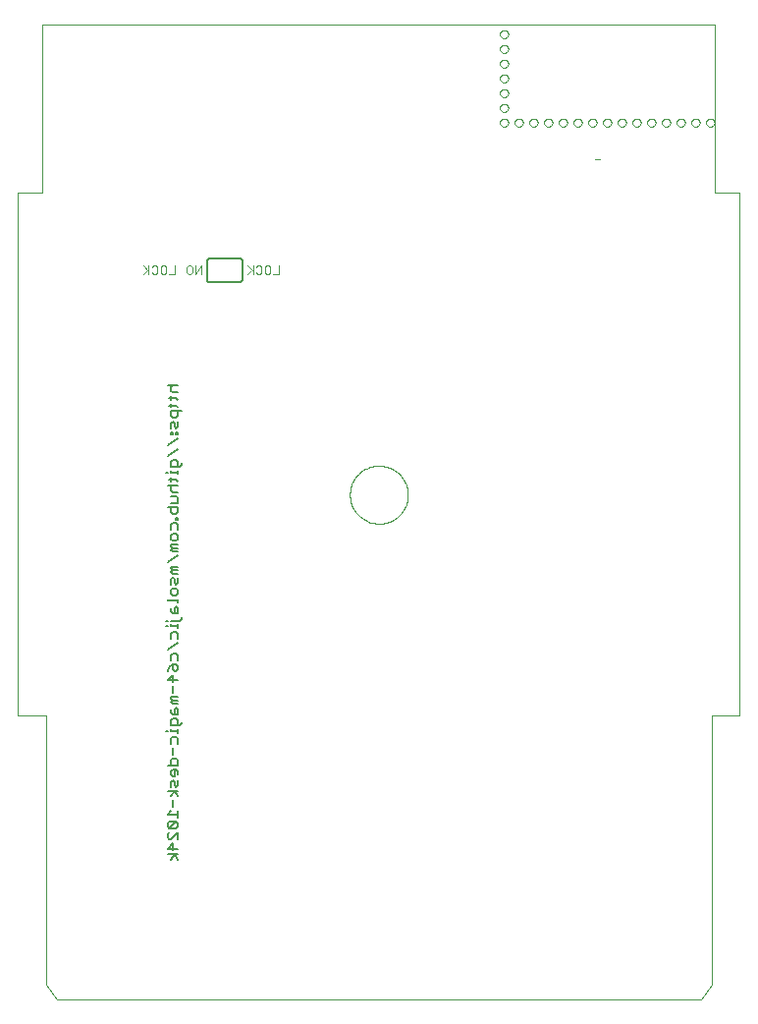
<source format=gbo>
G75*
G70*
%OFA0B0*%
%FSLAX24Y24*%
%IPPOS*%
%LPD*%
%AMOC8*
5,1,8,0,0,1.08239X$1,22.5*
%
%ADD10C,0.0000*%
%ADD11C,0.0050*%
%ADD12C,0.0040*%
%ADD13C,0.0060*%
D10*
X002232Y000500D02*
X001878Y001012D01*
X001878Y010146D01*
X000920Y010146D01*
X000920Y027862D01*
X001753Y027862D01*
X001753Y033571D01*
X024587Y033571D01*
X024587Y027862D01*
X025420Y027862D01*
X025420Y010146D01*
X024462Y010146D01*
X024462Y001012D01*
X024108Y000500D01*
X002232Y000500D01*
X012186Y017626D02*
X012188Y017688D01*
X012194Y017751D01*
X012204Y017812D01*
X012218Y017873D01*
X012235Y017933D01*
X012256Y017992D01*
X012282Y018049D01*
X012310Y018104D01*
X012342Y018158D01*
X012378Y018209D01*
X012416Y018259D01*
X012458Y018305D01*
X012502Y018349D01*
X012550Y018390D01*
X012599Y018428D01*
X012651Y018462D01*
X012705Y018493D01*
X012761Y018521D01*
X012819Y018545D01*
X012878Y018566D01*
X012938Y018582D01*
X012999Y018595D01*
X013061Y018604D01*
X013123Y018609D01*
X013186Y018610D01*
X013248Y018607D01*
X013310Y018600D01*
X013372Y018589D01*
X013432Y018574D01*
X013492Y018556D01*
X013550Y018534D01*
X013607Y018508D01*
X013662Y018478D01*
X013715Y018445D01*
X013766Y018409D01*
X013814Y018370D01*
X013860Y018327D01*
X013903Y018282D01*
X013943Y018234D01*
X013980Y018184D01*
X014014Y018131D01*
X014045Y018077D01*
X014071Y018021D01*
X014095Y017963D01*
X014114Y017903D01*
X014130Y017843D01*
X014142Y017781D01*
X014150Y017720D01*
X014154Y017657D01*
X014154Y017595D01*
X014150Y017532D01*
X014142Y017471D01*
X014130Y017409D01*
X014114Y017349D01*
X014095Y017289D01*
X014071Y017231D01*
X014045Y017175D01*
X014014Y017121D01*
X013980Y017068D01*
X013943Y017018D01*
X013903Y016970D01*
X013860Y016925D01*
X013814Y016882D01*
X013766Y016843D01*
X013715Y016807D01*
X013662Y016774D01*
X013607Y016744D01*
X013550Y016718D01*
X013492Y016696D01*
X013432Y016678D01*
X013372Y016663D01*
X013310Y016652D01*
X013248Y016645D01*
X013186Y016642D01*
X013123Y016643D01*
X013061Y016648D01*
X012999Y016657D01*
X012938Y016670D01*
X012878Y016686D01*
X012819Y016707D01*
X012761Y016731D01*
X012705Y016759D01*
X012651Y016790D01*
X012599Y016824D01*
X012550Y016862D01*
X012502Y016903D01*
X012458Y016947D01*
X012416Y016993D01*
X012378Y017043D01*
X012342Y017094D01*
X012310Y017148D01*
X012282Y017203D01*
X012256Y017260D01*
X012235Y017319D01*
X012218Y017379D01*
X012204Y017440D01*
X012194Y017501D01*
X012188Y017564D01*
X012186Y017626D01*
X020508Y029000D02*
X020512Y029000D01*
X020513Y029002D01*
X020513Y029003D01*
X020512Y029005D01*
X020508Y029005D01*
X020507Y029003D01*
X020507Y029002D01*
X020508Y029000D01*
X020508Y029005D02*
X020507Y029007D01*
X020507Y029008D01*
X020508Y029010D01*
X020512Y029010D01*
X020513Y029008D01*
X020513Y029007D01*
X020512Y029005D01*
X020516Y029002D02*
X020518Y029000D01*
X020521Y029000D01*
X020523Y029002D01*
X020516Y029008D01*
X020516Y029002D01*
X020516Y029008D02*
X020518Y029010D01*
X020521Y029010D01*
X020523Y029008D01*
X020523Y029002D01*
X020525Y029002D02*
X020527Y029002D01*
X020527Y029000D01*
X020525Y029000D01*
X020525Y029002D01*
X020525Y029000D02*
X020529Y028997D01*
X020533Y029000D02*
X020536Y029000D01*
X020538Y029002D01*
X020538Y029005D02*
X020535Y029007D01*
X020533Y029007D01*
X020531Y029005D01*
X020531Y029002D01*
X020533Y029000D01*
X020538Y029005D02*
X020538Y029010D01*
X020531Y029010D01*
X020541Y029005D02*
X020547Y029005D01*
X020550Y029005D02*
X020556Y029005D01*
X020551Y029010D01*
X020551Y029000D01*
X020559Y029002D02*
X020561Y029000D01*
X020564Y029000D01*
X020566Y029002D01*
X020568Y029002D02*
X020570Y029002D01*
X020570Y029000D01*
X020568Y029000D01*
X020568Y029002D01*
X020568Y029000D02*
X020572Y028997D01*
X020574Y029000D02*
X020581Y029000D01*
X020574Y029007D01*
X020574Y029008D01*
X020576Y029010D01*
X020579Y029010D01*
X020581Y029008D01*
X020584Y029008D02*
X020585Y029010D01*
X020590Y029010D01*
X020590Y029000D01*
X020585Y029000D01*
X020584Y029002D01*
X020584Y029008D01*
X020593Y029010D02*
X020593Y029000D01*
X020599Y029000D02*
X020599Y029010D01*
X020596Y029007D01*
X020593Y029010D01*
X020602Y029008D02*
X020604Y029010D01*
X020607Y029010D01*
X020609Y029008D01*
X020609Y029007D01*
X020607Y029005D01*
X020604Y029005D01*
X020602Y029003D01*
X020602Y029002D01*
X020604Y029000D01*
X020607Y029000D01*
X020609Y029002D01*
X020611Y029002D02*
X020611Y029008D01*
X020613Y029010D01*
X020618Y029010D01*
X020618Y029000D01*
X020613Y029000D01*
X020611Y029002D01*
X020620Y029000D02*
X020620Y029007D01*
X020624Y029010D01*
X020627Y029007D01*
X020627Y029000D01*
X020627Y029005D02*
X020620Y029005D01*
X020630Y029005D02*
X020631Y029003D01*
X020636Y029003D01*
X020636Y029000D02*
X020636Y029010D01*
X020631Y029010D01*
X020630Y029008D01*
X020630Y029005D01*
X020639Y029000D02*
X020645Y029000D01*
X020645Y029010D01*
X020639Y029010D01*
X020642Y029005D02*
X020645Y029005D01*
X020648Y029005D02*
X020650Y029003D01*
X020655Y029003D01*
X020655Y029000D02*
X020655Y029010D01*
X020650Y029010D01*
X020648Y029008D01*
X020648Y029005D01*
X020651Y029003D02*
X020648Y029000D01*
X020657Y029000D02*
X020661Y029000D01*
X020659Y029000D02*
X020659Y029010D01*
X020661Y029010D02*
X020657Y029010D01*
X020663Y029010D02*
X020663Y029000D01*
X020667Y029003D01*
X020670Y029000D01*
X020670Y029010D01*
X020566Y029010D02*
X020566Y029005D01*
X020562Y029007D01*
X020561Y029007D01*
X020559Y029005D01*
X020559Y029002D01*
X020559Y029010D02*
X020566Y029010D01*
X020282Y030250D02*
X020284Y030273D01*
X020290Y030296D01*
X020300Y030317D01*
X020313Y030337D01*
X020329Y030354D01*
X020348Y030368D01*
X020369Y030378D01*
X020391Y030385D01*
X020414Y030388D01*
X020438Y030387D01*
X020460Y030382D01*
X020482Y030373D01*
X020502Y030361D01*
X020520Y030345D01*
X020534Y030327D01*
X020546Y030307D01*
X020554Y030285D01*
X020558Y030262D01*
X020558Y030238D01*
X020554Y030215D01*
X020546Y030193D01*
X020534Y030173D01*
X020520Y030155D01*
X020502Y030139D01*
X020482Y030127D01*
X020460Y030118D01*
X020438Y030113D01*
X020414Y030112D01*
X020391Y030115D01*
X020369Y030122D01*
X020348Y030132D01*
X020329Y030146D01*
X020313Y030163D01*
X020300Y030183D01*
X020290Y030204D01*
X020284Y030227D01*
X020282Y030250D01*
X019782Y030250D02*
X019784Y030273D01*
X019790Y030296D01*
X019800Y030317D01*
X019813Y030337D01*
X019829Y030354D01*
X019848Y030368D01*
X019869Y030378D01*
X019891Y030385D01*
X019914Y030388D01*
X019938Y030387D01*
X019960Y030382D01*
X019982Y030373D01*
X020002Y030361D01*
X020020Y030345D01*
X020034Y030327D01*
X020046Y030307D01*
X020054Y030285D01*
X020058Y030262D01*
X020058Y030238D01*
X020054Y030215D01*
X020046Y030193D01*
X020034Y030173D01*
X020020Y030155D01*
X020002Y030139D01*
X019982Y030127D01*
X019960Y030118D01*
X019938Y030113D01*
X019914Y030112D01*
X019891Y030115D01*
X019869Y030122D01*
X019848Y030132D01*
X019829Y030146D01*
X019813Y030163D01*
X019800Y030183D01*
X019790Y030204D01*
X019784Y030227D01*
X019782Y030250D01*
X019282Y030250D02*
X019284Y030273D01*
X019290Y030296D01*
X019300Y030317D01*
X019313Y030337D01*
X019329Y030354D01*
X019348Y030368D01*
X019369Y030378D01*
X019391Y030385D01*
X019414Y030388D01*
X019438Y030387D01*
X019460Y030382D01*
X019482Y030373D01*
X019502Y030361D01*
X019520Y030345D01*
X019534Y030327D01*
X019546Y030307D01*
X019554Y030285D01*
X019558Y030262D01*
X019558Y030238D01*
X019554Y030215D01*
X019546Y030193D01*
X019534Y030173D01*
X019520Y030155D01*
X019502Y030139D01*
X019482Y030127D01*
X019460Y030118D01*
X019438Y030113D01*
X019414Y030112D01*
X019391Y030115D01*
X019369Y030122D01*
X019348Y030132D01*
X019329Y030146D01*
X019313Y030163D01*
X019300Y030183D01*
X019290Y030204D01*
X019284Y030227D01*
X019282Y030250D01*
X018782Y030250D02*
X018784Y030273D01*
X018790Y030296D01*
X018800Y030317D01*
X018813Y030337D01*
X018829Y030354D01*
X018848Y030368D01*
X018869Y030378D01*
X018891Y030385D01*
X018914Y030388D01*
X018938Y030387D01*
X018960Y030382D01*
X018982Y030373D01*
X019002Y030361D01*
X019020Y030345D01*
X019034Y030327D01*
X019046Y030307D01*
X019054Y030285D01*
X019058Y030262D01*
X019058Y030238D01*
X019054Y030215D01*
X019046Y030193D01*
X019034Y030173D01*
X019020Y030155D01*
X019002Y030139D01*
X018982Y030127D01*
X018960Y030118D01*
X018938Y030113D01*
X018914Y030112D01*
X018891Y030115D01*
X018869Y030122D01*
X018848Y030132D01*
X018829Y030146D01*
X018813Y030163D01*
X018800Y030183D01*
X018790Y030204D01*
X018784Y030227D01*
X018782Y030250D01*
X018282Y030250D02*
X018284Y030273D01*
X018290Y030296D01*
X018300Y030317D01*
X018313Y030337D01*
X018329Y030354D01*
X018348Y030368D01*
X018369Y030378D01*
X018391Y030385D01*
X018414Y030388D01*
X018438Y030387D01*
X018460Y030382D01*
X018482Y030373D01*
X018502Y030361D01*
X018520Y030345D01*
X018534Y030327D01*
X018546Y030307D01*
X018554Y030285D01*
X018558Y030262D01*
X018558Y030238D01*
X018554Y030215D01*
X018546Y030193D01*
X018534Y030173D01*
X018520Y030155D01*
X018502Y030139D01*
X018482Y030127D01*
X018460Y030118D01*
X018438Y030113D01*
X018414Y030112D01*
X018391Y030115D01*
X018369Y030122D01*
X018348Y030132D01*
X018329Y030146D01*
X018313Y030163D01*
X018300Y030183D01*
X018290Y030204D01*
X018284Y030227D01*
X018282Y030250D01*
X017782Y030250D02*
X017784Y030273D01*
X017790Y030296D01*
X017800Y030317D01*
X017813Y030337D01*
X017829Y030354D01*
X017848Y030368D01*
X017869Y030378D01*
X017891Y030385D01*
X017914Y030388D01*
X017938Y030387D01*
X017960Y030382D01*
X017982Y030373D01*
X018002Y030361D01*
X018020Y030345D01*
X018034Y030327D01*
X018046Y030307D01*
X018054Y030285D01*
X018058Y030262D01*
X018058Y030238D01*
X018054Y030215D01*
X018046Y030193D01*
X018034Y030173D01*
X018020Y030155D01*
X018002Y030139D01*
X017982Y030127D01*
X017960Y030118D01*
X017938Y030113D01*
X017914Y030112D01*
X017891Y030115D01*
X017869Y030122D01*
X017848Y030132D01*
X017829Y030146D01*
X017813Y030163D01*
X017800Y030183D01*
X017790Y030204D01*
X017784Y030227D01*
X017782Y030250D01*
X017282Y030250D02*
X017284Y030273D01*
X017290Y030296D01*
X017300Y030317D01*
X017313Y030337D01*
X017329Y030354D01*
X017348Y030368D01*
X017369Y030378D01*
X017391Y030385D01*
X017414Y030388D01*
X017438Y030387D01*
X017460Y030382D01*
X017482Y030373D01*
X017502Y030361D01*
X017520Y030345D01*
X017534Y030327D01*
X017546Y030307D01*
X017554Y030285D01*
X017558Y030262D01*
X017558Y030238D01*
X017554Y030215D01*
X017546Y030193D01*
X017534Y030173D01*
X017520Y030155D01*
X017502Y030139D01*
X017482Y030127D01*
X017460Y030118D01*
X017438Y030113D01*
X017414Y030112D01*
X017391Y030115D01*
X017369Y030122D01*
X017348Y030132D01*
X017329Y030146D01*
X017313Y030163D01*
X017300Y030183D01*
X017290Y030204D01*
X017284Y030227D01*
X017282Y030250D01*
X017282Y030750D02*
X017284Y030773D01*
X017290Y030796D01*
X017300Y030817D01*
X017313Y030837D01*
X017329Y030854D01*
X017348Y030868D01*
X017369Y030878D01*
X017391Y030885D01*
X017414Y030888D01*
X017438Y030887D01*
X017460Y030882D01*
X017482Y030873D01*
X017502Y030861D01*
X017520Y030845D01*
X017534Y030827D01*
X017546Y030807D01*
X017554Y030785D01*
X017558Y030762D01*
X017558Y030738D01*
X017554Y030715D01*
X017546Y030693D01*
X017534Y030673D01*
X017520Y030655D01*
X017502Y030639D01*
X017482Y030627D01*
X017460Y030618D01*
X017438Y030613D01*
X017414Y030612D01*
X017391Y030615D01*
X017369Y030622D01*
X017348Y030632D01*
X017329Y030646D01*
X017313Y030663D01*
X017300Y030683D01*
X017290Y030704D01*
X017284Y030727D01*
X017282Y030750D01*
X017282Y031250D02*
X017284Y031273D01*
X017290Y031296D01*
X017300Y031317D01*
X017313Y031337D01*
X017329Y031354D01*
X017348Y031368D01*
X017369Y031378D01*
X017391Y031385D01*
X017414Y031388D01*
X017438Y031387D01*
X017460Y031382D01*
X017482Y031373D01*
X017502Y031361D01*
X017520Y031345D01*
X017534Y031327D01*
X017546Y031307D01*
X017554Y031285D01*
X017558Y031262D01*
X017558Y031238D01*
X017554Y031215D01*
X017546Y031193D01*
X017534Y031173D01*
X017520Y031155D01*
X017502Y031139D01*
X017482Y031127D01*
X017460Y031118D01*
X017438Y031113D01*
X017414Y031112D01*
X017391Y031115D01*
X017369Y031122D01*
X017348Y031132D01*
X017329Y031146D01*
X017313Y031163D01*
X017300Y031183D01*
X017290Y031204D01*
X017284Y031227D01*
X017282Y031250D01*
X017282Y031750D02*
X017284Y031773D01*
X017290Y031796D01*
X017300Y031817D01*
X017313Y031837D01*
X017329Y031854D01*
X017348Y031868D01*
X017369Y031878D01*
X017391Y031885D01*
X017414Y031888D01*
X017438Y031887D01*
X017460Y031882D01*
X017482Y031873D01*
X017502Y031861D01*
X017520Y031845D01*
X017534Y031827D01*
X017546Y031807D01*
X017554Y031785D01*
X017558Y031762D01*
X017558Y031738D01*
X017554Y031715D01*
X017546Y031693D01*
X017534Y031673D01*
X017520Y031655D01*
X017502Y031639D01*
X017482Y031627D01*
X017460Y031618D01*
X017438Y031613D01*
X017414Y031612D01*
X017391Y031615D01*
X017369Y031622D01*
X017348Y031632D01*
X017329Y031646D01*
X017313Y031663D01*
X017300Y031683D01*
X017290Y031704D01*
X017284Y031727D01*
X017282Y031750D01*
X017282Y032250D02*
X017284Y032273D01*
X017290Y032296D01*
X017300Y032317D01*
X017313Y032337D01*
X017329Y032354D01*
X017348Y032368D01*
X017369Y032378D01*
X017391Y032385D01*
X017414Y032388D01*
X017438Y032387D01*
X017460Y032382D01*
X017482Y032373D01*
X017502Y032361D01*
X017520Y032345D01*
X017534Y032327D01*
X017546Y032307D01*
X017554Y032285D01*
X017558Y032262D01*
X017558Y032238D01*
X017554Y032215D01*
X017546Y032193D01*
X017534Y032173D01*
X017520Y032155D01*
X017502Y032139D01*
X017482Y032127D01*
X017460Y032118D01*
X017438Y032113D01*
X017414Y032112D01*
X017391Y032115D01*
X017369Y032122D01*
X017348Y032132D01*
X017329Y032146D01*
X017313Y032163D01*
X017300Y032183D01*
X017290Y032204D01*
X017284Y032227D01*
X017282Y032250D01*
X017282Y032750D02*
X017284Y032773D01*
X017290Y032796D01*
X017300Y032817D01*
X017313Y032837D01*
X017329Y032854D01*
X017348Y032868D01*
X017369Y032878D01*
X017391Y032885D01*
X017414Y032888D01*
X017438Y032887D01*
X017460Y032882D01*
X017482Y032873D01*
X017502Y032861D01*
X017520Y032845D01*
X017534Y032827D01*
X017546Y032807D01*
X017554Y032785D01*
X017558Y032762D01*
X017558Y032738D01*
X017554Y032715D01*
X017546Y032693D01*
X017534Y032673D01*
X017520Y032655D01*
X017502Y032639D01*
X017482Y032627D01*
X017460Y032618D01*
X017438Y032613D01*
X017414Y032612D01*
X017391Y032615D01*
X017369Y032622D01*
X017348Y032632D01*
X017329Y032646D01*
X017313Y032663D01*
X017300Y032683D01*
X017290Y032704D01*
X017284Y032727D01*
X017282Y032750D01*
X017282Y033250D02*
X017284Y033273D01*
X017290Y033296D01*
X017300Y033317D01*
X017313Y033337D01*
X017329Y033354D01*
X017348Y033368D01*
X017369Y033378D01*
X017391Y033385D01*
X017414Y033388D01*
X017438Y033387D01*
X017460Y033382D01*
X017482Y033373D01*
X017502Y033361D01*
X017520Y033345D01*
X017534Y033327D01*
X017546Y033307D01*
X017554Y033285D01*
X017558Y033262D01*
X017558Y033238D01*
X017554Y033215D01*
X017546Y033193D01*
X017534Y033173D01*
X017520Y033155D01*
X017502Y033139D01*
X017482Y033127D01*
X017460Y033118D01*
X017438Y033113D01*
X017414Y033112D01*
X017391Y033115D01*
X017369Y033122D01*
X017348Y033132D01*
X017329Y033146D01*
X017313Y033163D01*
X017300Y033183D01*
X017290Y033204D01*
X017284Y033227D01*
X017282Y033250D01*
X020782Y030250D02*
X020784Y030273D01*
X020790Y030296D01*
X020800Y030317D01*
X020813Y030337D01*
X020829Y030354D01*
X020848Y030368D01*
X020869Y030378D01*
X020891Y030385D01*
X020914Y030388D01*
X020938Y030387D01*
X020960Y030382D01*
X020982Y030373D01*
X021002Y030361D01*
X021020Y030345D01*
X021034Y030327D01*
X021046Y030307D01*
X021054Y030285D01*
X021058Y030262D01*
X021058Y030238D01*
X021054Y030215D01*
X021046Y030193D01*
X021034Y030173D01*
X021020Y030155D01*
X021002Y030139D01*
X020982Y030127D01*
X020960Y030118D01*
X020938Y030113D01*
X020914Y030112D01*
X020891Y030115D01*
X020869Y030122D01*
X020848Y030132D01*
X020829Y030146D01*
X020813Y030163D01*
X020800Y030183D01*
X020790Y030204D01*
X020784Y030227D01*
X020782Y030250D01*
X021282Y030250D02*
X021284Y030273D01*
X021290Y030296D01*
X021300Y030317D01*
X021313Y030337D01*
X021329Y030354D01*
X021348Y030368D01*
X021369Y030378D01*
X021391Y030385D01*
X021414Y030388D01*
X021438Y030387D01*
X021460Y030382D01*
X021482Y030373D01*
X021502Y030361D01*
X021520Y030345D01*
X021534Y030327D01*
X021546Y030307D01*
X021554Y030285D01*
X021558Y030262D01*
X021558Y030238D01*
X021554Y030215D01*
X021546Y030193D01*
X021534Y030173D01*
X021520Y030155D01*
X021502Y030139D01*
X021482Y030127D01*
X021460Y030118D01*
X021438Y030113D01*
X021414Y030112D01*
X021391Y030115D01*
X021369Y030122D01*
X021348Y030132D01*
X021329Y030146D01*
X021313Y030163D01*
X021300Y030183D01*
X021290Y030204D01*
X021284Y030227D01*
X021282Y030250D01*
X021782Y030250D02*
X021784Y030273D01*
X021790Y030296D01*
X021800Y030317D01*
X021813Y030337D01*
X021829Y030354D01*
X021848Y030368D01*
X021869Y030378D01*
X021891Y030385D01*
X021914Y030388D01*
X021938Y030387D01*
X021960Y030382D01*
X021982Y030373D01*
X022002Y030361D01*
X022020Y030345D01*
X022034Y030327D01*
X022046Y030307D01*
X022054Y030285D01*
X022058Y030262D01*
X022058Y030238D01*
X022054Y030215D01*
X022046Y030193D01*
X022034Y030173D01*
X022020Y030155D01*
X022002Y030139D01*
X021982Y030127D01*
X021960Y030118D01*
X021938Y030113D01*
X021914Y030112D01*
X021891Y030115D01*
X021869Y030122D01*
X021848Y030132D01*
X021829Y030146D01*
X021813Y030163D01*
X021800Y030183D01*
X021790Y030204D01*
X021784Y030227D01*
X021782Y030250D01*
X022282Y030250D02*
X022284Y030273D01*
X022290Y030296D01*
X022300Y030317D01*
X022313Y030337D01*
X022329Y030354D01*
X022348Y030368D01*
X022369Y030378D01*
X022391Y030385D01*
X022414Y030388D01*
X022438Y030387D01*
X022460Y030382D01*
X022482Y030373D01*
X022502Y030361D01*
X022520Y030345D01*
X022534Y030327D01*
X022546Y030307D01*
X022554Y030285D01*
X022558Y030262D01*
X022558Y030238D01*
X022554Y030215D01*
X022546Y030193D01*
X022534Y030173D01*
X022520Y030155D01*
X022502Y030139D01*
X022482Y030127D01*
X022460Y030118D01*
X022438Y030113D01*
X022414Y030112D01*
X022391Y030115D01*
X022369Y030122D01*
X022348Y030132D01*
X022329Y030146D01*
X022313Y030163D01*
X022300Y030183D01*
X022290Y030204D01*
X022284Y030227D01*
X022282Y030250D01*
X022782Y030250D02*
X022784Y030273D01*
X022790Y030296D01*
X022800Y030317D01*
X022813Y030337D01*
X022829Y030354D01*
X022848Y030368D01*
X022869Y030378D01*
X022891Y030385D01*
X022914Y030388D01*
X022938Y030387D01*
X022960Y030382D01*
X022982Y030373D01*
X023002Y030361D01*
X023020Y030345D01*
X023034Y030327D01*
X023046Y030307D01*
X023054Y030285D01*
X023058Y030262D01*
X023058Y030238D01*
X023054Y030215D01*
X023046Y030193D01*
X023034Y030173D01*
X023020Y030155D01*
X023002Y030139D01*
X022982Y030127D01*
X022960Y030118D01*
X022938Y030113D01*
X022914Y030112D01*
X022891Y030115D01*
X022869Y030122D01*
X022848Y030132D01*
X022829Y030146D01*
X022813Y030163D01*
X022800Y030183D01*
X022790Y030204D01*
X022784Y030227D01*
X022782Y030250D01*
X023282Y030250D02*
X023284Y030273D01*
X023290Y030296D01*
X023300Y030317D01*
X023313Y030337D01*
X023329Y030354D01*
X023348Y030368D01*
X023369Y030378D01*
X023391Y030385D01*
X023414Y030388D01*
X023438Y030387D01*
X023460Y030382D01*
X023482Y030373D01*
X023502Y030361D01*
X023520Y030345D01*
X023534Y030327D01*
X023546Y030307D01*
X023554Y030285D01*
X023558Y030262D01*
X023558Y030238D01*
X023554Y030215D01*
X023546Y030193D01*
X023534Y030173D01*
X023520Y030155D01*
X023502Y030139D01*
X023482Y030127D01*
X023460Y030118D01*
X023438Y030113D01*
X023414Y030112D01*
X023391Y030115D01*
X023369Y030122D01*
X023348Y030132D01*
X023329Y030146D01*
X023313Y030163D01*
X023300Y030183D01*
X023290Y030204D01*
X023284Y030227D01*
X023282Y030250D01*
X023782Y030250D02*
X023784Y030273D01*
X023790Y030296D01*
X023800Y030317D01*
X023813Y030337D01*
X023829Y030354D01*
X023848Y030368D01*
X023869Y030378D01*
X023891Y030385D01*
X023914Y030388D01*
X023938Y030387D01*
X023960Y030382D01*
X023982Y030373D01*
X024002Y030361D01*
X024020Y030345D01*
X024034Y030327D01*
X024046Y030307D01*
X024054Y030285D01*
X024058Y030262D01*
X024058Y030238D01*
X024054Y030215D01*
X024046Y030193D01*
X024034Y030173D01*
X024020Y030155D01*
X024002Y030139D01*
X023982Y030127D01*
X023960Y030118D01*
X023938Y030113D01*
X023914Y030112D01*
X023891Y030115D01*
X023869Y030122D01*
X023848Y030132D01*
X023829Y030146D01*
X023813Y030163D01*
X023800Y030183D01*
X023790Y030204D01*
X023784Y030227D01*
X023782Y030250D01*
X024282Y030250D02*
X024284Y030273D01*
X024290Y030296D01*
X024300Y030317D01*
X024313Y030337D01*
X024329Y030354D01*
X024348Y030368D01*
X024369Y030378D01*
X024391Y030385D01*
X024414Y030388D01*
X024438Y030387D01*
X024460Y030382D01*
X024482Y030373D01*
X024502Y030361D01*
X024520Y030345D01*
X024534Y030327D01*
X024546Y030307D01*
X024554Y030285D01*
X024558Y030262D01*
X024558Y030238D01*
X024554Y030215D01*
X024546Y030193D01*
X024534Y030173D01*
X024520Y030155D01*
X024502Y030139D01*
X024482Y030127D01*
X024460Y030118D01*
X024438Y030113D01*
X024414Y030112D01*
X024391Y030115D01*
X024369Y030122D01*
X024348Y030132D01*
X024329Y030146D01*
X024313Y030163D01*
X024300Y030183D01*
X024290Y030204D01*
X024284Y030227D01*
X024282Y030250D01*
D11*
X006345Y021328D02*
X005995Y021328D01*
X006111Y021270D02*
X006170Y021328D01*
X006111Y021270D02*
X006111Y021153D01*
X006170Y021094D01*
X006345Y021094D01*
X006287Y020901D02*
X006053Y020901D01*
X006111Y020960D02*
X006111Y020843D01*
X006111Y020714D02*
X006111Y020597D01*
X006053Y020656D02*
X006287Y020656D01*
X006345Y020597D01*
X006345Y020469D02*
X006345Y020293D01*
X006287Y020235D01*
X006170Y020235D01*
X006111Y020293D01*
X006111Y020469D01*
X006462Y020469D01*
X006345Y020100D02*
X006345Y019925D01*
X006287Y019867D01*
X006228Y019925D01*
X006228Y020042D01*
X006170Y020100D01*
X006111Y020042D01*
X006111Y019867D01*
X006111Y019732D02*
X006170Y019732D01*
X006170Y019674D01*
X006111Y019674D01*
X006111Y019732D01*
X006287Y019732D02*
X006345Y019732D01*
X006345Y019674D01*
X006287Y019674D01*
X006287Y019732D01*
X006345Y019548D02*
X005995Y019314D01*
X005995Y018946D02*
X006345Y019179D01*
X006287Y018811D02*
X006170Y018811D01*
X006111Y018753D01*
X006111Y018578D01*
X006403Y018578D01*
X006462Y018636D01*
X006462Y018694D01*
X006345Y018753D02*
X006345Y018578D01*
X006345Y018443D02*
X006345Y018326D01*
X006345Y018384D02*
X006111Y018384D01*
X006111Y018443D01*
X005995Y018384D02*
X005936Y018384D01*
X006111Y018197D02*
X006111Y018080D01*
X006053Y018139D02*
X006287Y018139D01*
X006345Y018080D01*
X006345Y017952D02*
X005995Y017952D01*
X006111Y017893D02*
X006111Y017777D01*
X006170Y017718D01*
X006345Y017718D01*
X006287Y017583D02*
X006345Y017525D01*
X006345Y017350D01*
X006111Y017350D01*
X006111Y017215D02*
X006111Y017040D01*
X006170Y016982D01*
X006287Y016982D01*
X006345Y017040D01*
X006345Y017215D01*
X005995Y017215D01*
X006111Y017583D02*
X006287Y017583D01*
X006111Y017893D02*
X006170Y017952D01*
X006345Y018753D02*
X006287Y018811D01*
X006287Y016847D02*
X006287Y016788D01*
X006345Y016788D01*
X006345Y016847D01*
X006287Y016847D01*
X006287Y016663D02*
X006170Y016663D01*
X006111Y016604D01*
X006111Y016429D01*
X006170Y016294D02*
X006287Y016294D01*
X006345Y016236D01*
X006345Y016119D01*
X006287Y016061D01*
X006170Y016061D01*
X006111Y016119D01*
X006111Y016236D01*
X006170Y016294D01*
X006345Y016429D02*
X006345Y016604D01*
X006287Y016663D01*
X006345Y015926D02*
X006111Y015926D01*
X006111Y015868D01*
X006170Y015809D01*
X006111Y015751D01*
X006170Y015692D01*
X006345Y015692D01*
X006345Y015809D02*
X006170Y015809D01*
X006345Y015558D02*
X005995Y015324D01*
X006111Y015189D02*
X006111Y015131D01*
X006170Y015073D01*
X006111Y015014D01*
X006170Y014956D01*
X006345Y014956D01*
X006345Y015073D02*
X006170Y015073D01*
X006111Y015189D02*
X006345Y015189D01*
X006345Y014821D02*
X006345Y014646D01*
X006287Y014588D01*
X006228Y014646D01*
X006228Y014763D01*
X006170Y014821D01*
X006111Y014763D01*
X006111Y014588D01*
X006170Y014453D02*
X006287Y014453D01*
X006345Y014394D01*
X006345Y014278D01*
X006287Y014219D01*
X006170Y014219D01*
X006111Y014278D01*
X006111Y014394D01*
X006170Y014453D01*
X006345Y014084D02*
X006345Y013968D01*
X006345Y014026D02*
X005995Y014026D01*
X005995Y014084D01*
X006111Y013780D02*
X006111Y013664D01*
X006170Y013605D01*
X006345Y013605D01*
X006345Y013780D01*
X006287Y013839D01*
X006228Y013780D01*
X006228Y013605D01*
X006462Y013471D02*
X006462Y013412D01*
X006403Y013354D01*
X006111Y013354D01*
X005995Y013354D02*
X005936Y013354D01*
X005936Y013167D02*
X005995Y013167D01*
X006111Y013167D02*
X006345Y013167D01*
X006345Y013225D02*
X006345Y013108D01*
X006287Y012979D02*
X006345Y012921D01*
X006345Y012746D01*
X006345Y012611D02*
X005995Y012378D01*
X006170Y012243D02*
X006287Y012243D01*
X006345Y012184D01*
X006345Y012009D01*
X006287Y011875D02*
X006345Y011816D01*
X006345Y011699D01*
X006287Y011641D01*
X006228Y011641D01*
X006170Y011699D01*
X006170Y011875D01*
X006287Y011875D01*
X006170Y011875D02*
X006053Y011758D01*
X005995Y011641D01*
X006170Y011506D02*
X006170Y011273D01*
X006170Y011138D02*
X006170Y010904D01*
X006111Y010770D02*
X006111Y010711D01*
X006170Y010653D01*
X006111Y010594D01*
X006170Y010536D01*
X006345Y010536D01*
X006345Y010653D02*
X006170Y010653D01*
X006111Y010770D02*
X006345Y010770D01*
X006287Y010401D02*
X006228Y010343D01*
X006228Y010168D01*
X006170Y010168D02*
X006345Y010168D01*
X006345Y010343D01*
X006287Y010401D01*
X006111Y010343D02*
X006111Y010226D01*
X006170Y010168D01*
X006170Y010033D02*
X006287Y010033D01*
X006345Y009975D01*
X006345Y009799D01*
X006403Y009799D02*
X006111Y009799D01*
X006111Y009975D01*
X006170Y010033D01*
X006462Y009916D02*
X006462Y009858D01*
X006403Y009799D01*
X006345Y009665D02*
X006345Y009548D01*
X006345Y009606D02*
X006111Y009606D01*
X006111Y009665D01*
X005995Y009606D02*
X005936Y009606D01*
X006170Y009419D02*
X006287Y009419D01*
X006345Y009361D01*
X006345Y009186D01*
X006170Y009051D02*
X006170Y008817D01*
X006170Y008682D02*
X006111Y008624D01*
X006111Y008449D01*
X005995Y008449D02*
X006345Y008449D01*
X006345Y008624D01*
X006287Y008682D01*
X006170Y008682D01*
X006170Y008314D02*
X006111Y008256D01*
X006111Y008139D01*
X006170Y008081D01*
X006228Y008081D01*
X006228Y008314D01*
X006170Y008314D02*
X006287Y008314D01*
X006345Y008256D01*
X006345Y008139D01*
X006345Y007946D02*
X006345Y007771D01*
X006287Y007712D01*
X006228Y007771D01*
X006228Y007887D01*
X006170Y007946D01*
X006111Y007887D01*
X006111Y007712D01*
X005995Y007578D02*
X006345Y007578D01*
X006228Y007578D02*
X006345Y007402D01*
X006228Y007578D02*
X006111Y007402D01*
X006170Y007271D02*
X006170Y007037D01*
X006111Y006902D02*
X005995Y006786D01*
X006345Y006786D01*
X006345Y006902D02*
X006345Y006669D01*
X006287Y006534D02*
X006053Y006300D01*
X006287Y006300D01*
X006345Y006359D01*
X006345Y006476D01*
X006287Y006534D01*
X006053Y006534D01*
X005995Y006476D01*
X005995Y006359D01*
X006053Y006300D01*
X006053Y006166D02*
X005995Y006107D01*
X005995Y005991D01*
X006053Y005932D01*
X006111Y005932D01*
X006345Y006166D01*
X006345Y005932D01*
X006170Y005797D02*
X006170Y005564D01*
X006228Y005429D02*
X006111Y005254D01*
X005995Y005429D02*
X006345Y005429D01*
X006228Y005429D02*
X006345Y005254D01*
X006345Y005622D02*
X005995Y005622D01*
X006170Y005797D01*
X006111Y009186D02*
X006111Y009361D01*
X006170Y009419D01*
X006345Y011331D02*
X005995Y011331D01*
X006170Y011506D01*
X006111Y012009D02*
X006111Y012184D01*
X006170Y012243D01*
X006111Y012746D02*
X006111Y012921D01*
X006170Y012979D01*
X006287Y012979D01*
X006111Y013167D02*
X006111Y013225D01*
X006345Y020843D02*
X006287Y020901D01*
D12*
X006241Y025110D02*
X006055Y025110D01*
X005947Y025157D02*
X005900Y025110D01*
X005807Y025110D01*
X005760Y025157D01*
X005760Y025344D01*
X005807Y025390D01*
X005900Y025390D01*
X005947Y025344D01*
X005947Y025157D01*
X005652Y025157D02*
X005605Y025110D01*
X005512Y025110D01*
X005465Y025157D01*
X005357Y025203D02*
X005171Y025390D01*
X005357Y025390D02*
X005357Y025110D01*
X005311Y025250D02*
X005171Y025110D01*
X005465Y025344D02*
X005512Y025390D01*
X005605Y025390D01*
X005652Y025344D01*
X005652Y025157D01*
X006241Y025110D02*
X006241Y025390D01*
X006644Y025344D02*
X006691Y025390D01*
X006784Y025390D01*
X006831Y025344D01*
X006831Y025157D01*
X006784Y025110D01*
X006691Y025110D01*
X006644Y025157D01*
X006644Y025344D01*
X006939Y025390D02*
X006939Y025110D01*
X007125Y025390D01*
X007125Y025110D01*
X008706Y025110D02*
X008847Y025250D01*
X008893Y025203D02*
X008706Y025390D01*
X008893Y025390D02*
X008893Y025110D01*
X009001Y025157D02*
X009048Y025110D01*
X009141Y025110D01*
X009188Y025157D01*
X009188Y025344D01*
X009141Y025390D01*
X009048Y025390D01*
X009001Y025344D01*
X009296Y025344D02*
X009342Y025390D01*
X009436Y025390D01*
X009483Y025344D01*
X009483Y025157D01*
X009436Y025110D01*
X009342Y025110D01*
X009296Y025157D01*
X009296Y025344D01*
X009590Y025110D02*
X009777Y025110D01*
X009777Y025390D01*
D13*
X008530Y025540D02*
X008530Y024940D01*
X008528Y024923D01*
X008524Y024906D01*
X008517Y024890D01*
X008507Y024876D01*
X008494Y024863D01*
X008480Y024853D01*
X008464Y024846D01*
X008447Y024842D01*
X008430Y024840D01*
X007430Y024840D01*
X007413Y024842D01*
X007396Y024846D01*
X007380Y024853D01*
X007366Y024863D01*
X007353Y024876D01*
X007343Y024890D01*
X007336Y024906D01*
X007332Y024923D01*
X007330Y024940D01*
X007330Y025540D01*
X007332Y025557D01*
X007336Y025574D01*
X007343Y025590D01*
X007353Y025604D01*
X007366Y025617D01*
X007380Y025627D01*
X007396Y025634D01*
X007413Y025638D01*
X007430Y025640D01*
X008430Y025640D01*
X008447Y025638D01*
X008464Y025634D01*
X008480Y025627D01*
X008494Y025617D01*
X008507Y025604D01*
X008517Y025590D01*
X008524Y025574D01*
X008528Y025557D01*
X008530Y025540D01*
M02*

</source>
